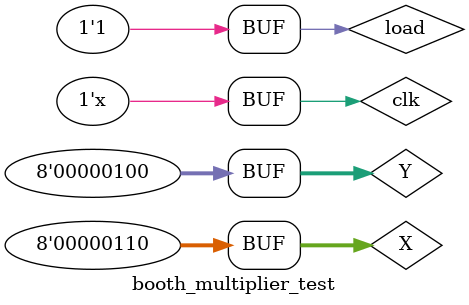
<source format=v>
`timescale 1ns / 1ps



module booth_multiplier_test;

	// Inputs
	reg [7:0] X;
	reg [7:0] Y;
	reg clk;
	reg load;

	// Outputs
	wire [15:0] Z;

	// Instantiate the Unit Under Test (UUT)
	booth_multiplier uut (
		.X(X), 
		.Y(Y), 
		.clk(clk), 
		.load(load), 
		.Z(Z)
	);

	initial begin
		// Initialize Inputs
		X = 6;
		Y = 4;
		clk = 0;
		load = 0;

		// Wait 100 ns for global reset to finish
		#50;
		$monitor("X = %d Y = %d --- OUT = %d",
			X,
			Y,
			Z
		);

      load = 1;
		#50;
		// Add stimulus here

	end
      
	always begin
		#20 clk = !clk;
	end
endmodule


</source>
